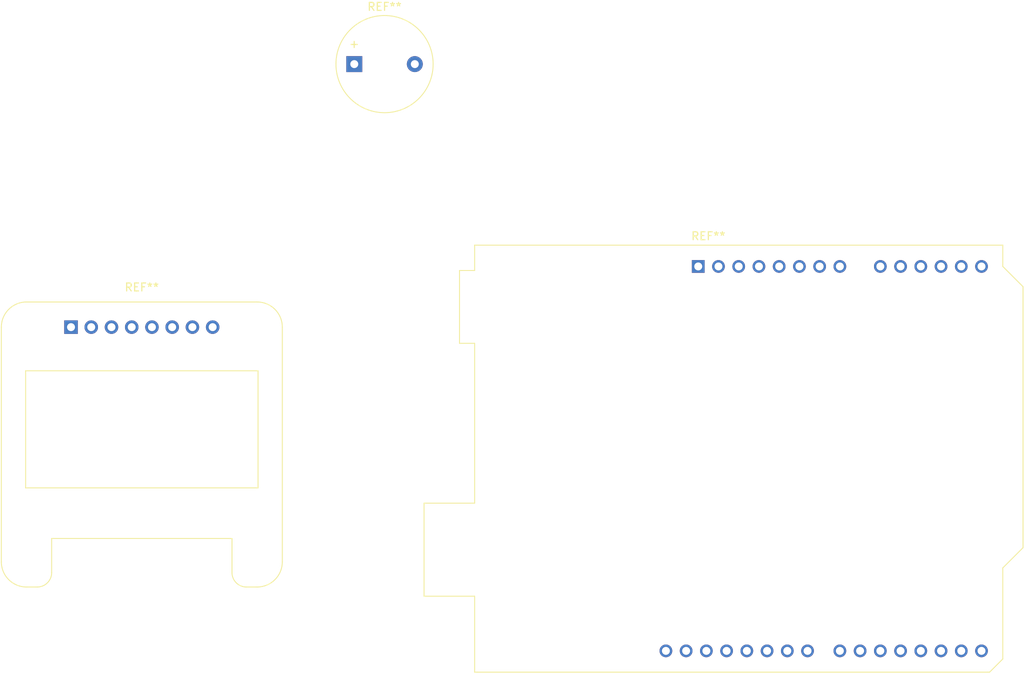
<source format=kicad_pcb>
(kicad_pcb (version 20221018) (generator pcbnew)
  (layers (0 "F.Cu" signal) (31 "B.Cu" signal) (34 "B.Paste" user) (35 "F.Paste" user) (36 "B.SilkS" user "B.Silkscreen") (37 "F.SilkS" user "F.Silkscreen") (38 "B.Mask" user) (39 "F.Mask" user) (44 "Edge.Cuts" user))
  (net 0 "")
  (footprint "Display:Adafruit_SSD1306" (layer "F.Cu") (at 127 104.14)
    (fp_text reference "REF**" (at 8.89 -5) (layer "F.SilkS"))
    (fp_text value "Adafruit_SSD1306")
    (fp_line (start -8.746 0) (end -8.746 29.464) (stroke (width 0.12)) (layer "F.SilkS"))
    (fp_line (start -5.698 5.478) (end -5.698 20.176) (stroke (width 0.12)) (layer "F.SilkS"))
    (fp_line (start -5.698 5.478) (end 23.478 5.478) (stroke (width 0.12)) (layer "F.SilkS"))
    (fp_line (start -5.698 20.176) (end 23.478 20.176) (stroke (width 0.12)) (layer "F.SilkS"))
    (fp_line (start -4.238 32.622) (end -5.59 32.622) (stroke (width 0.12)) (layer "F.SilkS"))
    (fp_line (start -2.43 26.526) (end -2.43 30.814) (stroke (width 0.12)) (layer "F.SilkS"))
    (fp_line (start -2.43 26.526) (end 20.21 26.526) (stroke (width 0.12)) (layer "F.SilkS"))
    (fp_line (start 20.21 26.526) (end 20.21 30.814) (stroke (width 0.12)) (layer "F.SilkS"))
    (fp_line (start 22.018 32.622) (end 23.37 32.622) (stroke (width 0.12)) (layer "F.SilkS"))
    (fp_line (start 23.368 -3.158) (end -5.588 -3.158) (stroke (width 0.12)) (layer "F.SilkS"))
    (fp_line (start 23.478 5.478) (end 23.478 20.176) (stroke (width 0.12)) (layer "F.SilkS"))
    (fp_line (start 26.526 0) (end 26.526 29.464) (stroke (width 0.12)) (layer "F.SilkS"))
    (fp_arc (start -8.746 0) (mid -7.821043 -2.233043) (end -5.588 -3.158) (stroke (width 0.12)) (layer "F.SilkS"))
    (fp_arc (start -5.588 32.622) (mid -7.821043 31.697043) (end -8.746 29.464) (stroke (width 0.12)) (layer "F.SilkS"))
    (fp_arc (start -2.43 30.812) (mid -2.958137 32.091035) (end -4.236 32.622) (stroke (width 0.12)) (layer "F.SilkS"))
    (fp_arc (start 22.016 32.622) (mid 20.738137 32.091035) (end 20.21 30.812) (stroke (width 0.12)) (layer "F.SilkS"))
    (fp_arc (start 23.368 -3.158) (mid 25.601043 -2.233043) (end 26.526 0) (stroke (width 0.12)) (layer "F.SilkS"))
    (fp_arc (start 26.526 29.464) (mid 25.601043 31.697043) (end 23.368 32.622) (stroke (width 0.12)) (layer "F.SilkS"))
    (pad "" np_thru_hole circle (at -5.588 0) (size 2.7 2.7) (drill 2.7) (layers "*.Cu" "*.Mask"))
    (pad "" np_thru_hole circle (at -5.588 29.464) (size 2.7 2.7) (drill 2.7) (layers "*.Cu" "*.Mask"))
    (pad "" np_thru_hole circle (at 23.368 0) (size 2.7 2.7) (drill 2.7) (layers "*.Cu" "*.Mask"))
    (pad "" np_thru_hole circle (at 23.368 29.464) (size 2.7 2.7) (drill 2.7) (layers "*.Cu" "*.Mask"))
    (pad "1" thru_hole rect (at 0 0) (size 1.7 1.7) (drill 1) (layers "*.Cu" "*.Mask"))
    (pad "2" thru_hole circle (at 2.54 0) (size 1.7 1.7) (drill 1) (layers "*.Cu" "*.Mask"))
    (pad "3" thru_hole circle (at 5.08 0) (size 1.7 1.7) (drill 1) (layers "*.Cu" "*.Mask"))
    (pad "4" thru_hole circle (at 7.62 0) (size 1.7 1.7) (drill 1) (layers "*.Cu" "*.Mask"))
    (pad "5" thru_hole circle (at 10.16 0) (size 1.7 1.7) (drill 1) (layers "*.Cu" "*.Mask"))
    (pad "6" thru_hole circle (at 12.7 0) (size 1.7 1.7) (drill 1) (layers "*.Cu" "*.Mask"))
    (pad "7" thru_hole circle (at 15.24 0) (size 1.7 1.7) (drill 1) (layers "*.Cu" "*.Mask"))
    (pad "8" thru_hole circle (at 17.78 0) (size 1.7 1.7) (drill 1) (layers "*.Cu" "*.Mask"))
  )
  (footprint "Module:Arduino_UNO_R2_WithMountingHoles" (layer "F.Cu") (at 205.74 96.52)
    (fp_text reference "REF**" (at 1.27 -3.81 180) (layer "F.SilkS"))
    (fp_text value "Arduino_UNO_R2_WithMountingHoles")
    (fp_line (start -34.42 29.72) (end -34.42 41.4) (stroke (width 0.12)) (layer "F.SilkS"))
    (fp_line (start -34.42 41.4) (end -28.07 41.4) (stroke (width 0.12)) (layer "F.SilkS"))
    (fp_line (start -29.97 0.51) (end -29.97 9.65) (stroke (width 0.12)) (layer "F.SilkS"))
    (fp_line (start -29.97 9.65) (end -28.07 9.65) (stroke (width 0.12)) (layer "F.SilkS"))
    (fp_line (start -28.07 -2.67) (end -28.07 0.51) (stroke (width 0.12)) (layer "F.SilkS"))
    (fp_line (start -28.07 0.51) (end -29.97 0.51) (stroke (width 0.12)) (layer "F.SilkS"))
    (fp_line (start -28.07 9.65) (end -28.07 29.72) (stroke (width 0.12)) (layer "F.SilkS"))
    (fp_line (start -28.07 29.72) (end -34.42 29.72) (stroke (width 0.12)) (layer "F.SilkS"))
    (fp_line (start -28.07 41.4) (end -28.07 50.93) (stroke (width 0.12)) (layer "F.SilkS"))
    (fp_line (start -28.07 50.93) (end 36.58 50.93) (stroke (width 0.12)) (layer "F.SilkS"))
    (fp_line (start 36.58 50.93) (end 38.23 49.28) (stroke (width 0.12)) (layer "F.SilkS"))
    (fp_line (start 38.23 -2.67) (end -28.07 -2.67) (stroke (width 0.12)) (layer "F.SilkS"))
    (fp_line (start 38.23 0) (end 38.23 -2.67) (stroke (width 0.12)) (layer "F.SilkS"))
    (fp_line (start 38.23 37.85) (end 40.77 35.31) (stroke (width 0.12)) (layer "F.SilkS"))
    (fp_line (start 38.23 49.28) (end 38.23 37.85) (stroke (width 0.12)) (layer "F.SilkS"))
    (fp_line (start 40.77 2.54) (end 38.23 0) (stroke (width 0.12)) (layer "F.SilkS"))
    (fp_line (start 40.77 35.31) (end 40.77 2.54) (stroke (width 0.12)) (layer "F.SilkS"))
    (pad "" np_thru_hole circle (at -13.97 0 90) (size 3.2 3.2) (drill 3.2) (layers "*.Cu" "*.Mask"))
    (pad "" np_thru_hole circle (at -12.7 48.26 90) (size 3.2 3.2) (drill 3.2) (layers "*.Cu" "*.Mask"))
    (pad "" np_thru_hole circle (at 38.1 5.08 90) (size 3.2 3.2) (drill 3.2) (layers "*.Cu" "*.Mask"))
    (pad "" np_thru_hole circle (at 38.1 33.02 90) (size 3.2 3.2) (drill 3.2) (layers "*.Cu" "*.Mask"))
    (pad "1" thru_hole rect (at 0 0 90) (size 1.6 1.6) (drill 1) (layers "*.Cu" "*.Mask"))
    (pad "2" thru_hole oval (at 2.54 0 90) (size 1.6 1.6) (drill 1) (layers "*.Cu" "*.Mask"))
    (pad "3" thru_hole oval (at 5.08 0 90) (size 1.6 1.6) (drill 1) (layers "*.Cu" "*.Mask"))
    (pad "4" thru_hole oval (at 7.62 0 90) (size 1.6 1.6) (drill 1) (layers "*.Cu" "*.Mask"))
    (pad "5" thru_hole oval (at 10.16 0 90) (size 1.6 1.6) (drill 1) (layers "*.Cu" "*.Mask"))
    (pad "6" thru_hole oval (at 12.7 0 90) (size 1.6 1.6) (drill 1) (layers "*.Cu" "*.Mask"))
    (pad "7" thru_hole oval (at 15.24 0 90) (size 1.6 1.6) (drill 1) (layers "*.Cu" "*.Mask"))
    (pad "8" thru_hole oval (at 17.78 0 90) (size 1.6 1.6) (drill 1) (layers "*.Cu" "*.Mask"))
    (pad "9" thru_hole oval (at 22.86 0 90) (size 1.6 1.6) (drill 1) (layers "*.Cu" "*.Mask"))
    (pad "10" thru_hole oval (at 25.4 0 90) (size 1.6 1.6) (drill 1) (layers "*.Cu" "*.Mask"))
    (pad "11" thru_hole oval (at 27.94 0 90) (size 1.6 1.6) (drill 1) (layers "*.Cu" "*.Mask"))
    (pad "12" thru_hole oval (at 30.48 0 90) (size 1.6 1.6) (drill 1) (layers "*.Cu" "*.Mask"))
    (pad "13" thru_hole oval (at 33.02 0 90) (size 1.6 1.6) (drill 1) (layers "*.Cu" "*.Mask"))
    (pad "14" thru_hole oval (at 35.56 0 90) (size 1.6 1.6) (drill 1) (layers "*.Cu" "*.Mask"))
    (pad "15" thru_hole oval (at 35.56 48.26 90) (size 1.6 1.6) (drill 1) (layers "*.Cu" "*.Mask"))
    (pad "16" thru_hole oval (at 33.02 48.26 90) (size 1.6 1.6) (drill 1) (layers "*.Cu" "*.Mask"))
    (pad "17" thru_hole oval (at 30.48 48.26 90) (size 1.6 1.6) (drill 1) (layers "*.Cu" "*.Mask"))
    (pad "18" thru_hole oval (at 27.94 48.26 90) (size 1.6 1.6) (drill 1) (layers "*.Cu" "*.Mask"))
    (pad "19" thru_hole oval (at 25.4 48.26 90) (size 1.6 1.6) (drill 1) (layers "*.Cu" "*.Mask"))
    (pad "20" thru_hole oval (at 22.86 48.26 90) (size 1.6 1.6) (drill 1) (layers "*.Cu" "*.Mask"))
    (pad "21" thru_hole oval (at 20.32 48.26 90) (size 1.6 1.6) (drill 1) (layers "*.Cu" "*.Mask"))
    (pad "22" thru_hole oval (at 17.78 48.26 90) (size 1.6 1.6) (drill 1) (layers "*.Cu" "*.Mask"))
    (pad "23" thru_hole oval (at 13.72 48.26 90) (size 1.6 1.6) (drill 1) (layers "*.Cu" "*.Mask"))
    (pad "24" thru_hole oval (at 11.18 48.26 90) (size 1.6 1.6) (drill 1) (layers "*.Cu" "*.Mask"))
    (pad "25" thru_hole oval (at 8.64 48.26 90) (size 1.6 1.6) (drill 1) (layers "*.Cu" "*.Mask"))
    (pad "26" thru_hole oval (at 6.1 48.26 90) (size 1.6 1.6) (drill 1) (layers "*.Cu" "*.Mask"))
    (pad "27" thru_hole oval (at 3.56 48.26 90) (size 1.6 1.6) (drill 1) (layers "*.Cu" "*.Mask"))
    (pad "28" thru_hole oval (at 1.02 48.26 90) (size 1.6 1.6) (drill 1) (layers "*.Cu" "*.Mask"))
    (pad "29" thru_hole oval (at -1.52 48.26 90) (size 1.6 1.6) (drill 1) (layers "*.Cu" "*.Mask"))
    (pad "30" thru_hole oval (at -4.06 48.26 90) (size 1.6 1.6) (drill 1) (layers "*.Cu" "*.Mask"))
  )
  (footprint "Buzzer_Beeper:Buzzer_12x9.5RM7.6" (layer "F.Cu") (at 162.56 71.12)
    (fp_text reference "REF**" (at 3.8 -7.2) (layer "F.SilkS"))
    (fp_text value "Buzzer_12x9.5RM7.6")
    (fp_text user "+" (at -0.01 -2.54) (layer "F.SilkS"))
    (fp_circle (center 3.8 0) (end 9.9 0) (stroke (width 0.12)) (fill none) (layer "F.SilkS"))
    (pad "1" thru_hole rect (at 0 0) (size 2 2) (drill 1) (layers "*.Cu" "*.Mask"))
    (pad "2" thru_hole circle (at 7.6 0) (size 2 2) (drill 1) (layers "*.Cu" "*.Mask"))
  )
)
</source>
